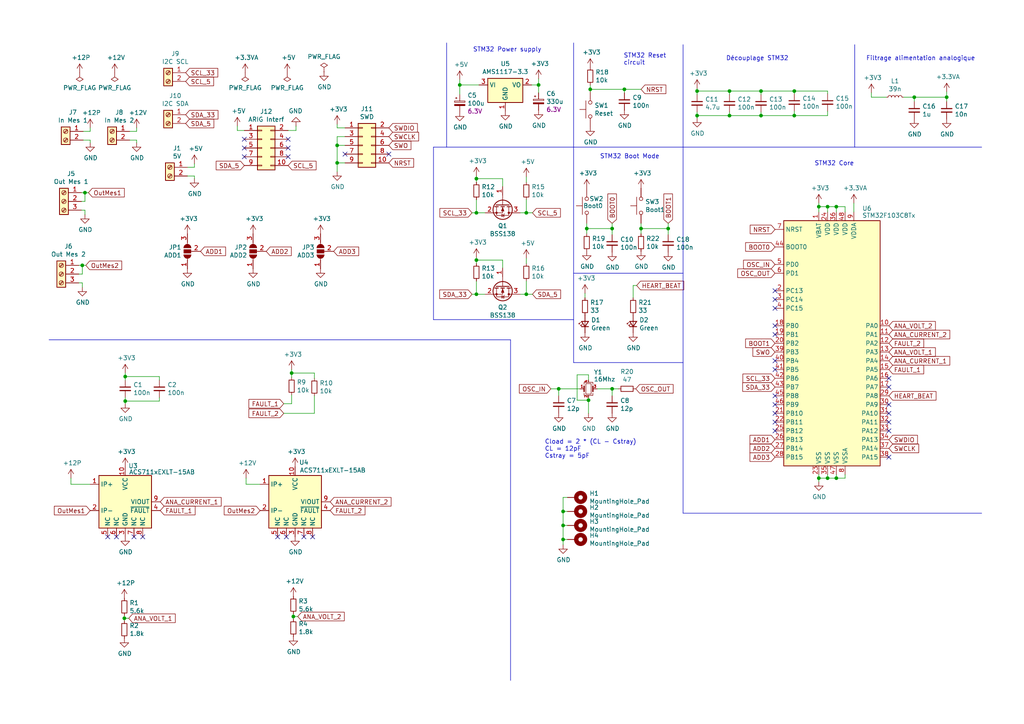
<source format=kicad_sch>
(kicad_sch (version 20230121) (generator eeschema)
  (paper "A4")
  (title_block (title "Alimentation - Mesure Courant / Tension") (date "2020-12-16") (rev "1.0") (company "ARIG") (comment 1 "Auteur : Gregory DEPUILLE"))
  (junction (at 242.57 138.684))
  (junction (at 211.582 26.416))
  (junction (at 36.068 179.324))
  (junction (at 202.184 33.528))
  (junction (at 138.176 75.438))
  (junction (at 163.322 152.4))
  (junction (at 171.196 25.908))
  (junction (at 193.802 66.294))
  (junction (at 133.35 24.638))
  (junction (at 23.876 76.962))
  (junction (at 138.176 61.722))
  (junction (at 185.928 66.294))
  (junction (at 162.052 112.776))
  (junction (at 237.49 138.684))
  (junction (at 265.176 28.194))
  (junction (at 138.176 85.344))
  (junction (at 170.18 66.294))
  (junction (at 97.79 42.164))
  (junction (at 177.546 112.776))
  (junction (at 152.654 61.722))
  (junction (at 230.378 33.528))
  (junction (at 138.176 51.816))
  (junction (at 36.322 109.22))
  (junction (at 211.582 33.528))
  (junction (at 170.688 116.078))
  (junction (at 240.03 138.684))
  (junction (at 220.726 33.528))
  (junction (at 152.654 85.344))
  (junction (at 36.322 116.332))
  (junction (at 84.582 108.204))
  (junction (at 163.322 148.336))
  (junction (at 274.574 28.194))
  (junction (at 230.378 26.416))
  (junction (at 85.09 178.816))
  (junction (at 237.49 59.944))
  (junction (at 220.726 26.416))
  (junction (at 181.102 25.908))
  (junction (at 163.322 156.464))
  (junction (at 24.638 55.88))
  (junction (at 202.184 26.416))
  (junction (at 242.57 59.944))
  (junction (at 156.21 24.638))
  (junction (at 177.546 66.294))
  (junction (at 240.03 59.944))
  (junction (at 97.79 47.244))
  (no_connect (at 83.566 42.926))
  (no_connect (at 224.79 84.328))
  (no_connect (at 31.242 155.702))
  (no_connect (at 112.776 44.704))
  (no_connect (at 257.81 112.268))
  (no_connect (at 257.81 132.588))
  (no_connect (at 41.402 155.702))
  (no_connect (at 224.79 94.488))
  (no_connect (at 257.81 124.968))
  (no_connect (at 257.81 109.728))
  (no_connect (at 38.862 155.702))
  (no_connect (at 224.79 124.968))
  (no_connect (at 83.058 155.702))
  (no_connect (at 224.79 117.348))
  (no_connect (at 224.79 122.428))
  (no_connect (at 257.81 119.888))
  (no_connect (at 90.678 155.702))
  (no_connect (at 70.866 40.386))
  (no_connect (at 257.81 117.348))
  (no_connect (at 88.138 155.702))
  (no_connect (at 224.79 107.188))
  (no_connect (at 80.518 155.702))
  (no_connect (at 224.79 119.888))
  (no_connect (at 70.866 42.926))
  (no_connect (at 224.79 97.028))
  (no_connect (at 257.81 122.428))
  (no_connect (at 83.566 45.466))
  (no_connect (at 83.566 40.386))
  (no_connect (at 33.782 155.702))
  (no_connect (at 224.79 89.408))
  (no_connect (at 70.866 45.466))
  (no_connect (at 224.79 86.868))
  (no_connect (at 224.79 114.808))
  (no_connect (at 224.79 104.648))
  (no_connect (at 100.076 44.704))
  (wire (pts (xy 265.176 28.194) (xy 274.574 28.194)))
  (polyline (pts (xy 166.37 79.248) (xy 198.12 79.248)))
  (wire (pts (xy 39.624 38.1) (xy 39.624 37.084)))
  (wire (pts (xy 36.068 179.324) (xy 37.338 179.324)))
  (wire (pts (xy 138.176 76.454) (xy 138.176 75.438)))
  (wire (pts (xy 252.73 26.924) (xy 252.73 28.194)))
  (wire (pts (xy 24.13 40.64) (xy 26.162 40.64)))
  (wire (pts (xy 211.582 27.432) (xy 211.582 26.416)))
  (wire (pts (xy 242.57 137.668) (xy 242.57 138.684)))
  (wire (pts (xy 150.876 85.344) (xy 152.654 85.344)))
  (wire (pts (xy 133.35 24.638) (xy 138.938 24.638)))
  (wire (pts (xy 242.57 59.944) (xy 240.03 59.944)))
  (wire (pts (xy 138.176 85.344) (xy 140.716 85.344)))
  (wire (pts (xy 162.052 114.808) (xy 162.052 112.776)))
  (wire (pts (xy 24.13 38.1) (xy 26.162 38.1)))
  (wire (pts (xy 84.582 117.094) (xy 82.296 117.094)))
  (wire (pts (xy 202.184 26.416) (xy 202.184 27.432)))
  (wire (pts (xy 202.184 25.654) (xy 202.184 26.416)))
  (wire (pts (xy 54.356 48.514) (xy 56.388 48.514)))
  (wire (pts (xy 97.79 47.244) (xy 97.79 49.784)))
  (wire (pts (xy 220.726 26.416) (xy 211.582 26.416)))
  (wire (pts (xy 162.052 112.776) (xy 168.148 112.776)))
  (wire (pts (xy 84.582 108.204) (xy 84.582 109.474)))
  (wire (pts (xy 240.03 61.468) (xy 240.03 59.944)))
  (wire (pts (xy 173.228 112.776) (xy 177.546 112.776)))
  (polyline (pts (xy 129.54 42.672) (xy 129.54 12.446)))
  (wire (pts (xy 91.186 119.888) (xy 91.186 114.808)))
  (wire (pts (xy 36.068 178.562) (xy 36.068 179.324)))
  (wire (pts (xy 37.592 40.64) (xy 39.624 40.64)))
  (wire (pts (xy 56.388 48.514) (xy 56.388 47.498)))
  (wire (pts (xy 156.21 22.86) (xy 156.21 24.638)))
  (wire (pts (xy 37.592 38.1) (xy 39.624 38.1)))
  (wire (pts (xy 36.322 116.332) (xy 36.322 117.094)))
  (wire (pts (xy 177.546 114.808) (xy 177.546 112.776)))
  (wire (pts (xy 138.176 52.832) (xy 138.176 51.816)))
  (wire (pts (xy 71.374 140.462) (xy 75.438 140.462)))
  (wire (pts (xy 136.906 85.344) (xy 138.176 85.344)))
  (wire (pts (xy 152.654 52.832) (xy 152.654 51.308)))
  (wire (pts (xy 24.638 60.96) (xy 24.638 62.23)))
  (wire (pts (xy 237.49 58.928) (xy 237.49 59.944)))
  (wire (pts (xy 240.03 26.416) (xy 230.378 26.416)))
  (wire (pts (xy 170.18 66.294) (xy 170.18 67.818)))
  (wire (pts (xy 24.638 58.42) (xy 24.638 55.88)))
  (wire (pts (xy 240.03 32.258) (xy 240.03 33.528)))
  (wire (pts (xy 26.162 40.64) (xy 26.162 41.402)))
  (wire (pts (xy 138.176 61.722) (xy 140.716 61.722)))
  (wire (pts (xy 211.582 26.416) (xy 202.184 26.416)))
  (wire (pts (xy 97.79 39.624) (xy 97.79 42.164)))
  (wire (pts (xy 274.574 26.67) (xy 274.574 28.194)))
  (wire (pts (xy 23.622 60.96) (xy 24.638 60.96)))
  (wire (pts (xy 167.386 116.078) (xy 170.688 116.078)))
  (wire (pts (xy 185.928 66.294) (xy 185.928 67.818)))
  (wire (pts (xy 133.35 23.114) (xy 133.35 24.638)))
  (wire (pts (xy 177.546 64.77) (xy 177.546 66.294)))
  (polyline (pts (xy 148.082 98.552) (xy 148.082 197.358)))
  (polyline (pts (xy 198.12 148.844) (xy 284.734 148.844)))
  (wire (pts (xy 36.322 109.22) (xy 36.322 108.204)))
  (wire (pts (xy 237.49 138.684) (xy 237.49 139.7)))
  (wire (pts (xy 85.09 179.578) (xy 85.09 178.816)))
  (wire (pts (xy 156.21 24.638) (xy 154.178 24.638)))
  (wire (pts (xy 164.592 148.336) (xy 163.322 148.336)))
  (wire (pts (xy 82.296 119.888) (xy 91.186 119.888)))
  (wire (pts (xy 26.162 38.1) (xy 26.162 37.084)))
  (wire (pts (xy 24.638 55.88) (xy 25.654 55.88)))
  (wire (pts (xy 185.928 64.77) (xy 185.928 66.294)))
  (wire (pts (xy 163.322 152.4) (xy 163.322 156.464)))
  (wire (pts (xy 84.582 107.188) (xy 84.582 108.204)))
  (wire (pts (xy 171.196 24.638) (xy 171.196 25.908)))
  (wire (pts (xy 23.876 82.042) (xy 23.876 83.312)))
  (wire (pts (xy 274.574 28.194) (xy 274.574 29.464)))
  (wire (pts (xy 100.076 47.244) (xy 97.79 47.244)))
  (wire (pts (xy 170.688 119.888) (xy 170.688 116.078)))
  (wire (pts (xy 170.18 64.77) (xy 170.18 66.294)))
  (wire (pts (xy 202.184 32.512) (xy 202.184 33.528)))
  (wire (pts (xy 181.102 25.908) (xy 181.102 26.924)))
  (wire (pts (xy 152.654 81.534) (xy 152.654 85.344)))
  (wire (pts (xy 20.574 140.462) (xy 26.162 140.462)))
  (wire (pts (xy 242.57 61.468) (xy 242.57 59.944)))
  (wire (pts (xy 100.076 39.624) (xy 97.79 39.624)))
  (wire (pts (xy 145.796 75.438) (xy 138.176 75.438)))
  (wire (pts (xy 145.796 51.816) (xy 138.176 51.816)))
  (polyline (pts (xy 14.224 98.552) (xy 148.082 98.552)))
  (wire (pts (xy 159.766 112.776) (xy 162.052 112.776)))
  (wire (pts (xy 23.622 55.88) (xy 24.638 55.88)))
  (wire (pts (xy 97.79 37.084) (xy 97.79 36.068)))
  (polyline (pts (xy 125.73 42.672) (xy 284.734 42.672)))
  (wire (pts (xy 84.582 114.554) (xy 84.582 117.094)))
  (wire (pts (xy 85.852 37.846) (xy 83.566 37.846)))
  (wire (pts (xy 97.79 42.164) (xy 97.79 47.244)))
  (wire (pts (xy 23.876 76.962) (xy 24.892 76.962)))
  (wire (pts (xy 183.642 82.804) (xy 183.642 86.36)))
  (wire (pts (xy 152.654 85.344) (xy 154.432 85.344)))
  (wire (pts (xy 245.11 137.668) (xy 245.11 138.684)))
  (polyline (pts (xy 198.12 12.954) (xy 198.12 148.844)))
  (wire (pts (xy 150.876 61.722) (xy 152.654 61.722)))
  (wire (pts (xy 177.546 112.776) (xy 179.324 112.776)))
  (wire (pts (xy 163.322 156.464) (xy 163.322 157.988)))
  (wire (pts (xy 240.03 137.668) (xy 240.03 138.684)))
  (wire (pts (xy 145.796 54.102) (xy 145.796 51.816)))
  (wire (pts (xy 68.834 36.576) (xy 68.834 37.846)))
  (wire (pts (xy 22.86 79.502) (xy 23.876 79.502)))
  (wire (pts (xy 133.35 27.432) (xy 133.35 24.638)))
  (wire (pts (xy 185.928 25.908) (xy 181.102 25.908)))
  (wire (pts (xy 163.322 148.336) (xy 163.322 152.4)))
  (wire (pts (xy 170.688 108.712) (xy 167.386 108.712)))
  (wire (pts (xy 177.546 68.072) (xy 177.546 66.294)))
  (wire (pts (xy 240.03 138.684) (xy 237.49 138.684)))
  (wire (pts (xy 54.356 51.054) (xy 56.388 51.054)))
  (wire (pts (xy 138.176 51.816) (xy 138.176 51.054)))
  (wire (pts (xy 220.726 33.528) (xy 211.582 33.528)))
  (wire (pts (xy 23.622 58.42) (xy 24.638 58.42)))
  (wire (pts (xy 193.802 66.294) (xy 193.802 68.072)))
  (wire (pts (xy 169.672 85.09) (xy 169.672 86.36)))
  (wire (pts (xy 184.658 82.804) (xy 183.642 82.804)))
  (polyline (pts (xy 247.904 12.954) (xy 247.904 42.672)))
  (wire (pts (xy 100.076 42.164) (xy 97.79 42.164)))
  (wire (pts (xy 230.378 32.258) (xy 230.378 33.528)))
  (wire (pts (xy 245.11 59.944) (xy 245.11 61.468)))
  (wire (pts (xy 145.796 77.724) (xy 145.796 75.438)))
  (wire (pts (xy 22.86 76.962) (xy 23.876 76.962)))
  (wire (pts (xy 46.228 116.332) (xy 36.322 116.332)))
  (wire (pts (xy 136.906 61.722) (xy 138.176 61.722)))
  (wire (pts (xy 68.834 37.846) (xy 70.866 37.846)))
  (wire (pts (xy 245.11 138.684) (xy 242.57 138.684)))
  (wire (pts (xy 240.03 59.944) (xy 237.49 59.944)))
  (wire (pts (xy 167.386 108.712) (xy 167.386 116.078)))
  (wire (pts (xy 247.65 61.468) (xy 247.65 58.928)))
  (wire (pts (xy 245.11 59.944) (xy 242.57 59.944)))
  (wire (pts (xy 22.86 82.042) (xy 23.876 82.042)))
  (polyline (pts (xy 166.37 105.156) (xy 198.12 105.156)))
  (wire (pts (xy 240.03 26.416) (xy 240.03 27.178)))
  (wire (pts (xy 152.654 61.722) (xy 154.432 61.722)))
  (wire (pts (xy 211.582 32.512) (xy 211.582 33.528)))
  (wire (pts (xy 170.688 110.236) (xy 170.688 108.712)))
  (wire (pts (xy 237.49 137.668) (xy 237.49 138.684)))
  (wire (pts (xy 85.09 178.816) (xy 86.36 178.816)))
  (wire (pts (xy 181.102 25.908) (xy 171.196 25.908)))
  (polyline (pts (xy 166.37 12.446) (xy 166.37 105.156)))
  (wire (pts (xy 36.322 115.316) (xy 36.322 116.332)))
  (wire (pts (xy 20.574 138.684) (xy 20.574 140.462)))
  (wire (pts (xy 164.592 152.4) (xy 163.322 152.4)))
  (wire (pts (xy 202.184 33.528) (xy 202.184 34.29)))
  (wire (pts (xy 237.49 59.944) (xy 237.49 61.468)))
  (wire (pts (xy 164.592 144.272) (xy 163.322 144.272)))
  (wire (pts (xy 91.186 108.204) (xy 84.582 108.204)))
  (wire (pts (xy 85.09 178.054) (xy 85.09 178.816)))
  (wire (pts (xy 265.176 28.194) (xy 265.176 29.464)))
  (wire (pts (xy 138.176 81.534) (xy 138.176 85.344)))
  (wire (pts (xy 36.068 180.086) (xy 36.068 179.324)))
  (wire (pts (xy 242.57 138.684) (xy 240.03 138.684)))
  (wire (pts (xy 152.654 57.912) (xy 152.654 61.722)))
  (polyline (pts (xy 125.73 92.71) (xy 125.73 42.672)))
  (wire (pts (xy 36.322 110.236) (xy 36.322 109.22)))
  (wire (pts (xy 211.582 33.528) (xy 202.184 33.528)))
  (wire (pts (xy 152.654 76.454) (xy 152.654 74.93)))
  (wire (pts (xy 46.228 110.236) (xy 46.228 109.22)))
  (wire (pts (xy 46.228 109.22) (xy 36.322 109.22)))
  (wire (pts (xy 100.076 37.084) (xy 97.79 37.084)))
  (wire (pts (xy 185.928 66.294) (xy 193.802 66.294)))
  (wire (pts (xy 71.374 138.684) (xy 71.374 140.462)))
  (wire (pts (xy 193.802 66.294) (xy 193.802 64.77)))
  (wire (pts (xy 85.852 36.576) (xy 85.852 37.846)))
  (wire (pts (xy 252.73 28.194) (xy 257.048 28.194)))
  (polyline (pts (xy 166.37 92.71) (xy 125.73 92.71)))
  (wire (pts (xy 220.726 27.432) (xy 220.726 26.416)))
  (wire (pts (xy 230.378 26.416) (xy 220.726 26.416)))
  (wire (pts (xy 262.128 28.194) (xy 265.176 28.194)))
  (wire (pts (xy 46.228 115.316) (xy 46.228 116.332)))
  (wire (pts (xy 170.688 116.078) (xy 170.688 115.316)))
  (wire (pts (xy 163.322 144.272) (xy 163.322 148.336)))
  (wire (pts (xy 177.546 66.294) (xy 170.18 66.294)))
  (wire (pts (xy 138.176 75.438) (xy 138.176 74.676)))
  (wire (pts (xy 156.21 24.638) (xy 156.21 26.924)))
  (wire (pts (xy 39.624 40.64) (xy 39.624 41.402)))
  (wire (pts (xy 240.03 33.528) (xy 230.378 33.528)))
  (wire (pts (xy 163.322 156.464) (xy 164.592 156.464)))
  (wire (pts (xy 91.186 109.728) (xy 91.186 108.204)))
  (wire (pts (xy 23.876 79.502) (xy 23.876 76.962)))
  (wire (pts (xy 220.726 32.512) (xy 220.726 33.528)))
  (wire (pts (xy 230.378 27.178) (xy 230.378 26.416)))
  (wire (pts (xy 138.176 57.912) (xy 138.176 61.722)))
  (wire (pts (xy 171.196 25.908) (xy 171.196 26.67)))
  (wire (pts (xy 56.388 51.054) (xy 56.388 51.816)))
  (wire (pts (xy 230.378 33.528) (xy 220.726 33.528)))
  (text "Découplage STM32" (at 210.566 17.78 0) (effects (font (size 1.27 1.27)) (justify left bottom)))
  (text "STM32 Reset\ncircuit" (at 180.848 19.05 0) (effects (font (size 1.27 1.27)) (justify left bottom)))
  (text "STM32 Boot Mode" (at 173.99 46.228 0) (effects (font (size 1.27 1.27)) (justify left bottom)))
  (text "STM32 Core" (at 236.22 48.26 0) (effects (font (size 1.27 1.27)) (justify left bottom)))
  (text "STM32 Power supply" (at 137.16 15.24 0) (effects (font (size 1.27 1.27)) (justify left bottom)))
  (text "Cload = 2 * (CL - Cstray)\nCL = 12pF\nCstray = 5pF" (at 157.988 133.096 0) (effects (font (size 1.27 1.27)) (justify left bottom)))
  (text "Filtrage alimentation analogique" (at 251.206 17.78 0) (effects (font (size 1.27 1.27)) (justify left bottom)))
  (global_label "HEART_BEAT" (shape input) (at 184.658 82.804 0) (property "Intersheetrefs" "${INTERSHEET_REFS}" (effects hide)))
  (global_label "OutMes2" (shape input) (at 75.438 148.082 180) (property "Intersheetrefs" "${INTERSHEET_REFS}" (effects hide)))
  (global_label "ANA_CURRENT_2" (shape input) (at 95.758 145.542 0) (property "Intersheetrefs" "${INTERSHEET_REFS}" (effects hide)))
  (global_label "ANA_VOLT_2" (shape input) (at 86.36 178.816 0) (property "Intersheetrefs" "${INTERSHEET_REFS}" (effects hide)))
  (global_label "ANA_CURRENT_1" (shape input) (at 46.482 145.542 0) (property "Intersheetrefs" "${INTERSHEET_REFS}" (effects hide)))
  (global_label "SCL_5" (shape input) (at 154.432 61.722 0) (property "Intersheetrefs" "${INTERSHEET_REFS}" (effects hide)))
  (global_label "SDA_5" (shape input) (at 53.848 35.814 0) (property "Intersheetrefs" "${INTERSHEET_REFS}" (effects hide)))
  (global_label "ADD1" (shape input) (at 224.79 127.508 180) (property "Intersheetrefs" "${INTERSHEET_REFS}" (effects hide)))
  (global_label "BOOT1" (shape input) (at 224.79 99.568 180) (property "Intersheetrefs" "${INTERSHEET_REFS}" (effects hide)))
  (global_label "NRST" (shape input) (at 185.928 25.908 0) (property "Intersheetrefs" "${INTERSHEET_REFS}" (effects hide)))
  (global_label "SDA_33" (shape input) (at 224.79 112.268 180) (property "Intersheetrefs" "${INTERSHEET_REFS}" (effects hide)))
  (global_label "ANA_VOLT_2" (shape input) (at 257.81 94.488 0) (property "Intersheetrefs" "${INTERSHEET_REFS}" (effects hide)))
  (global_label "ADD1" (shape input) (at 58.166 72.898 0) (property "Intersheetrefs" "${INTERSHEET_REFS}" (effects hide)))
  (global_label "BOOT0" (shape input) (at 177.546 64.77 90) (property "Intersheetrefs" "${INTERSHEET_REFS}" (effects hide)))
  (global_label "SCL_5" (shape input) (at 53.848 23.622 0) (property "Intersheetrefs" "${INTERSHEET_REFS}" (effects hide)))
  (global_label "ANA_VOLT_1" (shape input) (at 37.338 179.324 0) (property "Intersheetrefs" "${INTERSHEET_REFS}" (effects hide)))
  (global_label "OSC_OUT" (shape input) (at 224.79 79.248 180) (property "Intersheetrefs" "${INTERSHEET_REFS}" (effects hide)))
  (global_label "FAULT_2" (shape input) (at 82.296 119.888 180) (property "Intersheetrefs" "${INTERSHEET_REFS}" (effects hide)))
  (global_label "BOOT0" (shape input) (at 224.79 71.628 180) (property "Intersheetrefs" "${INTERSHEET_REFS}" (effects hide)))
  (global_label "ANA_CURRENT_1" (shape input) (at 257.81 104.648 0) (property "Intersheetrefs" "${INTERSHEET_REFS}" (effects hide)))
  (global_label "ADD2" (shape input) (at 224.79 130.048 180) (property "Intersheetrefs" "${INTERSHEET_REFS}" (effects hide)))
  (global_label "SWCLK" (shape input) (at 112.776 39.624 0) (property "Intersheetrefs" "${INTERSHEET_REFS}" (effects hide)))
  (global_label "FAULT_1" (shape input) (at 82.296 117.094 180) (property "Intersheetrefs" "${INTERSHEET_REFS}" (effects hide)))
  (global_label "ADD2" (shape input) (at 77.216 72.898 0) (property "Intersheetrefs" "${INTERSHEET_REFS}" (effects hide)))
  (global_label "ADD3" (shape input) (at 224.79 132.588 180) (property "Intersheetrefs" "${INTERSHEET_REFS}" (effects hide)))
  (global_label "SDA_33" (shape input) (at 136.906 85.344 180) (property "Intersheetrefs" "${INTERSHEET_REFS}" (effects hide)))
  (global_label "OSC_IN" (shape input) (at 224.79 76.708 180) (property "Intersheetrefs" "${INTERSHEET_REFS}" (effects hide)))
  (global_label "ANA_VOLT_1" (shape input) (at 257.81 102.108 0) (property "Intersheetrefs" "${INTERSHEET_REFS}" (effects hide)))
  (global_label "SCL_33" (shape input) (at 224.79 109.728 180) (property "Intersheetrefs" "${INTERSHEET_REFS}" (effects hide)))
  (global_label "FAULT_2" (shape input) (at 95.758 148.082 0) (property "Intersheetrefs" "${INTERSHEET_REFS}" (effects hide)))
  (global_label "SWDIO" (shape input) (at 112.776 37.084 0) (property "Intersheetrefs" "${INTERSHEET_REFS}" (effects hide)))
  (global_label "OutMes2" (shape input) (at 24.892 76.962 0) (property "Intersheetrefs" "${INTERSHEET_REFS}" (effects hide)))
  (global_label "SCL_5" (shape input) (at 83.566 48.006 0) (property "Intersheetrefs" "${INTERSHEET_REFS}" (effects hide)))
  (global_label "OSC_OUT" (shape input) (at 184.404 112.776 0) (property "Intersheetrefs" "${INTERSHEET_REFS}" (effects hide)))
  (global_label "NRST" (shape input) (at 224.79 66.548 180) (property "Intersheetrefs" "${INTERSHEET_REFS}" (effects hide)))
  (global_label "HEART_BEAT" (shape input) (at 257.81 114.808 0) (property "Intersheetrefs" "${INTERSHEET_REFS}" (effects hide)))
  (global_label "OSC_IN" (shape input) (at 159.766 112.776 180) (property "Intersheetrefs" "${INTERSHEET_REFS}" (effects hide)))
  (global_label "SWO" (shape input) (at 112.776 42.164 0) (property "Intersheetrefs" "${INTERSHEET_REFS}" (effects hide)))
  (global_label "SWO" (shape input) (at 224.79 102.108 180) (property "Intersheetrefs" "${INTERSHEET_REFS}" (effects hide)))
  (global_label "ADD3" (shape input) (at 96.774 72.898 0) (property "Intersheetrefs" "${INTERSHEET_REFS}" (effects hide)))
  (global_label "OutMes1" (shape input) (at 25.654 55.88 0) (property "Intersheetrefs" "${INTERSHEET_REFS}" (effects hide)))
  (global_label "BOOT1" (shape input) (at 193.802 64.77 90) (property "Intersheetrefs" "${INTERSHEET_REFS}" (effects hide)))
  (global_label "SWDIO" (shape input) (at 257.81 127.508 0) (property "Intersheetrefs" "${INTERSHEET_REFS}" (effects hide)))
  (global_label "FAULT_1" (shape input) (at 46.482 148.082 0) (property "Intersheetrefs" "${INTERSHEET_REFS}" (effects hide)))
  (global_label "SCL_33" (shape input) (at 136.906 61.722 180) (property "Intersheetrefs" "${INTERSHEET_REFS}" (effects hide)))
  (global_label "SDA_5" (shape input) (at 70.866 48.006 180) (property "Intersheetrefs" "${INTERSHEET_REFS}" (effects hide)))
  (global_label "FAULT_1" (shape input) (at 257.81 107.188 0) (property "Intersheetrefs" "${INTERSHEET_REFS}" (effects hide)))
  (global_label "SCL_33" (shape input) (at 53.848 21.082 0) (property "Intersheetrefs" "${INTERSHEET_REFS}" (effects hide)))
  (global_label "SDA_5" (shape input) (at 154.432 85.344 0) (property "Intersheetrefs" "${INTERSHEET_REFS}" (effects hide)))
  (global_label "NRST" (shape input) (at 112.776 47.244 0) (property "Intersheetrefs" "${INTERSHEET_REFS}" (effects hide)))
  (global_label "SDA_33" (shape input) (at 53.848 33.274 0) (property "Intersheetrefs" "${INTERSHEET_REFS}" (effects hide)))
  (global_label "FAULT_2" (shape input) (at 257.81 99.568 0) (property "Intersheetrefs" "${INTERSHEET_REFS}" (effects hide)))
  (global_label "OutMes1" (shape input) (at 26.162 148.082 180) (property "Intersheetrefs" "${INTERSHEET_REFS}" (effects hide)))
  (global_label "ANA_CURRENT_2" (shape input) (at 257.81 97.028 0) (property "Intersheetrefs" "${INTERSHEET_REFS}" (effects hide)))
  (global_label "SWCLK" (shape input) (at 257.81 130.048 0) (property "Intersheetrefs" "${INTERSHEET_REFS}" (effects hide)))
  (symbol (lib_id "power:+12P") (at 23.114 21.082 0) (unit 1)
    (property "Reference" "#PWR0103" (effects hide))
    (property "Value" "+12P" (at 23.495 16.6878 0))
  )
  (symbol (lib_id "power:+12V") (at 33.274 21.082 0) (unit 1)
    (property "Reference" "#PWR0104" (effects hide))
    (property "Value" "+12V" (at 33.655 16.6878 0))
  )
  (symbol (lib_id "power:GND") (at 93.98 20.828 0) (unit 1)
    (property "Reference" "#PWR0105" (effects hide))
    (property "Value" "GND" (at 94.107 25.2222 0))
  )
  (symbol (lib_id "power:PWR_FLAG") (at 33.274 21.082 180) (unit 1)
    (property "Reference" "#FLG0103" (effects hide))
    (property "Value" "PWR_FLAG" (at 33.274 25.4762 0))
  )
  (symbol (lib_id "power:PWR_FLAG") (at 23.114 21.082 180) (unit 1)
    (property "Reference" "#FLG0104" (effects hide))
    (property "Value" "PWR_FLAG" (at 23.114 25.4762 0))
  )
  (symbol (lib_id "power:PWR_FLAG") (at 93.98 20.828 0) (unit 1)
    (property "Reference" "#FLG0105" (effects hide))
    (property "Value" "PWR_FLAG" (at 93.98 16.4338 0))
  )
  (symbol (lib_id "power:GND") (at 26.162 41.402 0) (unit 1)
    (property "Reference" "#PWR0109" (effects hide))
    (property "Value" "GND" (at 26.289 45.7962 0))
  )
  (symbol (lib_id "power:GND") (at 39.624 41.402 0) (unit 1)
    (property "Reference" "#PWR0110" (effects hide))
    (property "Value" "GND" (at 39.751 45.7962 0))
  )
  (symbol (lib_id "Sensor_Current:ACS711xEXLT-15AB") (at 36.322 145.542 0) (unit 1)
    (property "Reference" "U3" (at 38.608 135.128 0))
    (property "Value" "ACS711xEXLT-15AB" (at 46.99 136.906 0))
    (property "Footprint" "Sensor_Current:Allegro_QFN-12-10-1EP_3x3mm_P0.5mm" (effects hide))
    (property "Datasheet" "http://www.allegromicro.com/~/Media/Files/Datasheets/ACS711-Datasheet.ashx" (effects hide))
    (property "LCSC Part" "C150824" (effects hide))
  )
  (symbol (lib_id "Sensor_Current:ACS711xEXLT-15AB") (at 85.598 145.542 0) (unit 1)
    (property "Reference" "U4" (at 88.138 134.112 0))
    (property "Value" "ACS711xEXLT-15AB" (at 96.52 136.398 0))
    (property "Footprint" "Sensor_Current:Allegro_QFN-12-10-1EP_3x3mm_P0.5mm" (effects hide))
    (property "Datasheet" "http://www.allegromicro.com/~/Media/Files/Datasheets/ACS711-Datasheet.ashx" (effects hide))
    (property "LCSC Part" "C150824" (effects hide))
  )
  (symbol (lib_id "ModuleMesureDemi-rescue:STM32F103C8Tx-MCU_ST_STM32F1") (at 242.57 99.568 0) (unit 1)
    (property "Reference" "U6" (at 251.46 60.452 0))
    (property "Value" "STM32F103C8Tx" (at 257.81 62.484 0))
    (property "Footprint" "Package_QFP:LQFP-48_7x7mm_P0.5mm" (effects hide))
    (property "Datasheet" "http://www.st.com/st-web-ui/static/active/en/resource/technical/document/datasheet/CD00161566.pdf" (effects hide))
    (property "LCSC Part" "C8734" (effects hide))
  )
  (symbol (lib_id "power:GND") (at 36.322 155.702 0) (unit 1)
    (property "Reference" "#PWR0120" (effects hide))
    (property "Value" "GND" (at 36.449 160.0962 0))
  )
  (symbol (lib_id "power:GND") (at 85.598 155.702 0) (unit 1)
    (property "Reference" "#PWR0121" (effects hide))
    (property "Value" "GND" (at 85.725 160.0962 0))
  )
  (symbol (lib_id "power:+5V") (at 83.312 21.082 0) (unit 1)
    (property "Reference" "#PWR0124" (effects hide))
    (property "Value" "+5V" (at 83.693 16.6878 0))
  )
  (symbol (lib_id "power:PWR_FLAG") (at 83.312 21.082 180) (unit 1)
    (property "Reference" "#FLG0107" (effects hide))
    (property "Value" "PWR_FLAG" (at 83.312 25.4762 0))
  )
  (symbol (lib_id "Connector_Generic:Conn_02x05_Odd_Even") (at 75.946 42.926 0) (unit 1)
    (property "Reference" "J12" (at 77.216 32.3342 0))
    (property "Value" "ARIG Interf" (at 77.216 34.6456 0))
    (property "Footprint" "Connector_IDC:IDC-Header_2x05_P2.54mm_Vertical" (effects hide))
    (property "JLCPCB BOM" "0" (effects hide))
  )
  (symbol (lib_id "Connector_Generic:Conn_02x05_Odd_Even") (at 105.156 42.164 0) (unit 1)
    (property "Reference" "J11" (at 106.426 31.5722 0))
    (property "Value" "SWD" (at 106.426 33.8836 0))
    (property "Footprint" "Connector_PinHeader_1.27mm:PinHeader_2x05_P1.27mm_Vertical" (effects hide))
    (property "JLCPCB BOM" "0" (effects hide))
  )
  (symbol (lib_id "power:GND") (at 183.642 96.52 0) (unit 1)
    (property "Reference" "#PWR01" (effects hide))
    (property "Value" "GND" (at 183.769 100.9142 0))
  )
  (symbol (lib_id "ModuleMesureDemi-rescue:+3.3V-power") (at 36.322 135.382 0) (unit 1)
    (property "Reference" "#PWR0125" (effects hide))
    (property "Value" "+3.3V" (at 36.703 130.9878 0))
  )
  (symbol (lib_id "ModuleMesureDemi-rescue:+3.3V-power") (at 85.598 135.382 0) (unit 1)
    (property "Reference" "#PWR0127" (effects hide))
    (property "Value" "+3.3V" (at 85.979 130.9878 0))
  )
  (symbol (lib_id "Switch:SW_Push") (at 171.196 31.75 90) (unit 1)
    (property "Reference" "SW1" (at 172.4152 30.5816 90) (effects (justify right)))
    (property "Value" "Reset" (at 172.4152 32.893 90) (effects (justify right)))
    (property "Footprint" "Button_Switch_SMD:SW_SPST_B3U-1000P" (effects hide))
    (property "Datasheet" "https://datasheet.lcsc.com/szlcsc/1810010153_Omron-Electronics-B3U-1000P_C231329.pdf" (effects hide))
    (property "LCSC Part" "C231329" (effects hide))
  )
  (symbol (lib_id "Device:R_Small") (at 171.196 22.098 0) (unit 1)
    (property "Reference" "R18" (at 172.6946 20.9296 0) (effects (justify left)))
    (property "Value" "10k" (at 172.6946 23.241 0) (effects (justify left)))
    (property "Footprint" "Resistor_SMD:R_0805_2012Metric_Pad1.20x1.40mm_HandSolder" (effects hide))
    (property "LCSC Part" "C17414" (effects hide))
  )
  (symbol (lib_id "ModuleMesureDemi-rescue:+3.3V-power") (at 171.196 19.558 0) (unit 1)
    (property "Reference" "#PWR0128" (effects hide))
    (property "Value" "+3.3V" (at 171.577 15.1638 0))
  )
  (symbol (lib_id "Device:C_Small") (at 181.102 29.464 0) (unit 1)
    (property "Reference" "C9" (at 183.4388 28.2956 0) (effects (justify left)))
    (property "Value" "100n" (at 183.4388 30.607 0) (effects (justify left)))
    (property "Footprint" "Capacitor_SMD:C_0402_1005Metric_Pad0.74x0.62mm_HandSolder" (effects hide))
    (property "Tension" "16V" (effects hide))
    (property "LCSC Part" "C1525" (effects hide))
  )
  (symbol (lib_id "power:GND") (at 181.102 32.004 0) (unit 1)
    (property "Reference" "#PWR0129" (effects hide))
    (property "Value" "GND" (at 181.229 36.3982 0))
  )
  (symbol (lib_id "power:GND") (at 171.196 36.83 0) (unit 1)
    (property "Reference" "#PWR0130" (effects hide))
    (property "Value" "GND" (at 171.323 41.2242 0))
  )
  (symbol (lib_id "Connector:Screw_Terminal_01x02") (at 48.768 21.082 0) (mirror y) (unit 1)
    (property "Reference" "J9" (at 50.8508 15.5702 0))
    (property "Value" "I2C SCL" (at 50.8508 17.8816 0))
    (property "Footprint" "TerminalBlock_Phoenix:TerminalBlock_Phoenix_MPT-0,5-2-2.54_1x02_P2.54mm_Horizontal" (effects hide))
    (property "JLCPCB BOM" "0" (effects hide))
  )
  (symbol (lib_id "Connector:Screw_Terminal_01x02") (at 48.768 33.274 0) (mirror y) (unit 1)
    (property "Reference" "J10" (at 50.8508 27.7622 0))
    (property "Value" "I2C SDA" (at 50.8508 30.0736 0))
    (property "Footprint" "TerminalBlock_Phoenix:TerminalBlock_Phoenix_MPT-0,5-2-2.54_1x02_P2.54mm_Horizontal" (effects hide))
    (property "JLCPCB BOM" "0" (effects hide))
  )
  (symbol (lib_id "Connector:Screw_Terminal_01x02") (at 19.05 38.1 0) (mirror y) (unit 1)
    (property "Reference" "J7" (at 21.1328 32.5882 0))
    (property "Value" "In Mes 1" (at 21.1328 34.8996 0))
    (property "Footprint" "TerminalBlock_Phoenix:TerminalBlock_Phoenix_MKDS-1,5-2-5.08_1x02_P5.08mm_Horizontal" (effects hide))
    (property "JLCPCB BOM" "0" (effects hide))
  )
  (symbol (lib_id "Connector:Screw_Terminal_01x02") (at 32.512 38.1 0) (mirror y) (unit 1)
    (property "Reference" "J8" (at 34.5948 32.5882 0))
    (property "Value" "In Mes 2" (at 34.5948 34.8996 0))
    (property "Footprint" "TerminalBlock_Phoenix:TerminalBlock_Phoenix_MKDS-1,5-2-5.08_1x02_P5.08mm_Horizontal" (effects hide))
    (property "JLCPCB BOM" "0" (effects hide))
  )
  (symbol (lib_id "Device:C_Small") (at 211.582 29.972 0) (unit 1)
    (property "Reference" "C12" (at 213.9188 28.8036 0) (effects (justify left)))
    (property "Value" "100n" (at 213.9188 31.115 0) (effects (justify left)))
    (property "Footprint" "Capacitor_SMD:C_0402_1005Metric_Pad0.74x0.62mm_HandSolder" (effects hide))
    (property "Tension" "16V" (effects hide))
    (property "LCSC Part" "C1525" (effects hide))
  )
  (symbol (lib_id "Device:C_Small") (at 220.726 29.972 0) (unit 1)
    (property "Reference" "C13" (at 223.0628 28.8036 0) (effects (justify left)))
    (property "Value" "100n" (at 223.0628 31.115 0) (effects (justify left)))
    (property "Footprint" "Capacitor_SMD:C_0402_1005Metric_Pad0.74x0.62mm_HandSolder" (effects hide))
    (property "Tension" "16V" (effects hide))
    (property "LCSC Part" "C1525" (effects hide))
  )
  (symbol (lib_id "Device:C_Small") (at 230.378 29.718 0) (unit 1)
    (property "Reference" "C14" (at 232.7148 28.5496 0) (effects (justify left)))
    (property "Value" "100n" (at 232.7148 30.861 0) (effects (justify left)))
    (property "Footprint" "Capacitor_SMD:C_0402_1005Metric_Pad0.74x0.62mm_HandSolder" (effects hide))
    (property "Tension" "16V" (effects hide))
    (property "LCSC Part" "C1525" (effects hide))
  )
  (symbol (lib_id "Device:C_Small") (at 240.03 29.718 0) (unit 1)
    (property "Reference" "C15" (at 242.3668 28.5496 0) (effects (justify left)))
    (property "Value" "100n" (at 242.3668 30.861 0) (effects (justify left)))
    (property "Footprint" "Capacitor_SMD:C_0402_1005Metric_Pad0.74x0.62mm_HandSolder" (effects hide))
    (property "Tension" "16V" (effects hide))
    (property "LCSC Part" "C1525" (effects hide))
  )
  (symbol (lib_id "Connector:Screw_Terminal_01x03") (at 18.542 58.42 0) (mirror y) (unit 1)
    (property "Reference" "J5" (at 20.6248 50.3682 0))
    (property "Value" "Out Mes 1" (at 20.6248 52.6796 0))
    (property "Footprint" "TerminalBlock_Phoenix:TerminalBlock_Phoenix_MKDS-1,5-3-5.08_1x03_P5.08mm_Horizontal" (effects hide))
    (property "JLCPCB BOM" "0" (effects hide))
  )
  (symbol (lib_id "Device:C_Small") (at 202.184 29.972 0) (unit 1)
    (property "Reference" "C11" (at 204.5208 28.8036 0) (effects (justify left)))
    (property "Value" "4.7u" (at 204.5208 31.115 0) (effects (justify left)))
    (property "Footprint" "Capacitor_SMD:C_0402_1005Metric_Pad0.74x0.62mm_HandSolder" (effects hide))
    (property "Tension" "10V" (effects hide))
    (property "LCSC Part" "C23733" (effects hide))
  )
  (symbol (lib_id "ModuleMesureDemi-rescue:+3.3V-power") (at 202.184 25.654 0) (unit 1)
    (property "Reference" "#PWR0131" (effects hide))
    (property "Value" "+3.3V" (at 202.565 21.2598 0))
  )
  (symbol (lib_id "Connector:Screw_Terminal_01x03") (at 17.78 79.502 0) (mirror y) (unit 1)
    (property "Reference" "J6" (at 19.8628 71.4502 0))
    (property "Value" "Out Mes 2" (at 19.8628 73.7616 0))
    (property "Footprint" "TerminalBlock_Phoenix:TerminalBlock_Phoenix_MKDS-1,5-3-5.08_1x03_P5.08mm_Horizontal" (effects hide))
    (property "JLCPCB BOM" "0" (effects hide))
  )
  (symbol (lib_id "power:GND") (at 202.184 34.29 0) (unit 1)
    (property "Reference" "#PWR0132" (effects hide))
    (property "Value" "GND" (at 202.311 38.6842 0))
  )
  (symbol (lib_id "ModuleMesureDemi-rescue:+3.3V-power") (at 237.49 58.928 0) (unit 1)
    (property "Reference" "#PWR0133" (effects hide))
    (property "Value" "+3.3V" (at 237.871 54.5338 0))
  )
  (symbol (lib_id "power:+3.3VA") (at 247.65 58.928 0) (unit 1)
    (property "Reference" "#PWR0134" (effects hide))
    (property "Value" "+3.3VA" (at 248.031 54.5338 0))
  )
  (symbol (lib_id "ModuleMesureDemi-rescue:+3.3V-power") (at 252.73 26.924 0) (unit 1)
    (property "Reference" "#PWR0135" (effects hide))
    (property "Value" "+3.3V" (at 253.111 22.5298 0))
  )
  (symbol (lib_id "Device:L_Small") (at 259.588 28.194 90) (unit 1)
    (property "Reference" "L1" (at 259.588 23.495 90))
    (property "Value" "39n" (at 259.588 25.8064 90))
    (property "Footprint" "Inductor_SMD:L_0402_1005Metric_Pad0.77x0.64mm_HandSolder" (effects hide))
    (property "LCSC Part" "C26443" (effects hide))
  )
  (symbol (lib_id "Device:C_Small") (at 265.176 32.004 0) (unit 1)
    (property "Reference" "C16" (at 267.5128 30.8356 0) (effects (justify left)))
    (property "Value" "1u" (at 267.5128 33.147 0) (effects (justify left)))
    (property "Footprint" "Capacitor_SMD:C_0402_1005Metric_Pad0.74x0.62mm_HandSolder" (effects hide))
    (property "Tension" "25V" (effects hide))
    (property "LCSC Part" "C52923" (effects hide))
  )
  (symbol (lib_id "Device:C_Small") (at 274.574 32.004 0) (unit 1)
    (property "Reference" "C17" (at 276.9108 30.8356 0) (effects (justify left)))
    (property "Value" "10n" (at 276.9108 33.147 0) (effects (justify left)))
    (property "Footprint" "Capacitor_SMD:C_0402_1005Metric_Pad0.74x0.62mm_HandSolder" (effects hide))
    (property "Tension" "50V" (effects hide))
    (property "LCSC Part" "C15195" (effects hide))
  )
  (symbol (lib_id "power:GND") (at 265.176 34.544 0) (unit 1)
    (property "Reference" "#PWR0136" (effects hide))
    (property "Value" "GND" (at 265.303 38.9382 0))
  )
  (symbol (lib_id "power:GND") (at 274.574 34.544 0) (unit 1)
    (property "Reference" "#PWR0137" (effects hide))
    (property "Value" "GND" (at 274.701 38.9382 0))
  )
  (symbol (lib_id "power:+3.3VA") (at 274.574 26.67 0) (unit 1)
    (property "Reference" "#PWR0138" (effects hide))
    (property "Value" "+3.3VA" (at 274.955 22.2758 0))
  )
  (symbol (lib_id "power:GND") (at 237.49 139.7 0) (unit 1)
    (property "Reference" "#PWR0139" (effects hide))
    (property "Value" "GND" (at 237.617 144.0942 0))
  )
  (symbol (lib_id "ModuleMesureDemi-rescue:+3.3V-power") (at 170.18 54.61 0) (unit 1)
    (property "Reference" "#PWR0140" (effects hide))
    (property "Value" "+3.3V" (at 170.561 50.2158 0))
  )
  (symbol (lib_id "Switch:SW_Push") (at 170.18 59.69 90) (unit 1)
    (property "Reference" "SW2" (at 170.942 57.658 90) (effects (justify right)))
    (property "Value" "Boot0" (at 169.164 59.69 90) (effects (justify right)))
    (property "Footprint" "Button_Switch_SMD:SW_SPST_B3U-1000P" (effects hide))
    (property "Datasheet" "https://datasheet.lcsc.com/szlcsc/1810010153_Omron-Electronics-B3U-1000P_C231329.pdf" (effects hide))
    (property "LCSC Part" "C231329" (effects hide))
  )
  (symbol (lib_id "Device:R_Small") (at 170.18 70.358 0) (unit 1)
    (property "Reference" "R19" (at 171.6786 69.1896 0) (effects (justify left)))
    (property "Value" "10k" (at 171.6786 71.501 0) (effects (justify left)))
    (property "Footprint" "Resistor_SMD:R_0805_2012Metric_Pad1.20x1.40mm_HandSolder" (effects hide))
    (property "LCSC Part" "C17414" (effects hide))
  )
  (symbol (lib_id "power:GND") (at 170.18 72.898 0) (unit 1)
    (property "Reference" "#PWR0141" (effects hide))
    (property "Value" "GND" (at 170.307 77.2922 0))
  )
  (symbol (lib_id "Device:C_Small") (at 177.546 70.612 0) (unit 1)
    (property "Reference" "C10" (at 179.8828 69.4436 0) (effects (justify left)))
    (property "Value" "100n" (at 179.8828 71.755 0) (effects (justify left)))
    (property "Footprint" "Capacitor_SMD:C_0402_1005Metric_Pad0.74x0.62mm_HandSolder" (effects hide))
    (property "Tension" "16V" (effects hide))
    (property "LCSC Part" "C1525" (effects hide))
  )
  (symbol (lib_id "power:GND") (at 177.546 73.152 0) (unit 1)
    (property "Reference" "#PWR0142" (effects hide))
    (property "Value" "GND" (at 177.673 77.5462 0))
  )
  (symbol (lib_id "power:GND") (at 97.79 49.784 0) (unit 1)
    (property "Reference" "#PWR0143" (effects hide))
    (property "Value" "GND" (at 97.917 54.1782 0))
  )
  (symbol (lib_id "ModuleMesureDemi-rescue:+3.3V-power") (at 97.79 36.068 0) (unit 1)
    (property "Reference" "#PWR0144" (effects hide))
    (property "Value" "+3.3V" (at 98.171 31.6738 0))
  )
  (symbol (lib_id "power:+3.3VA") (at 71.12 21.082 0) (unit 1)
    (property "Reference" "#PWR0145" (effects hide))
    (property "Value" "+3.3VA" (at 71.501 16.6878 0))
  )
  (symbol (lib_id "power:PWR_FLAG") (at 71.12 21.082 180) (unit 1)
    (property "Reference" "#FLG0108" (effects hide))
    (property "Value" "PWR_FLAG" (at 71.12 25.4762 0))
  )
  (symbol (lib_id "power:+5V") (at 68.834 36.576 0) (unit 1)
    (property "Reference" "#PWR0146" (effects hide))
    (property "Value" "+5V" (at 69.215 32.1818 0))
  )
  (symbol (lib_id "power:GND") (at 85.852 36.576 180) (unit 1)
    (property "Reference" "#PWR0147" (effects hide))
    (property "Value" "GND" (at 85.725 32.1818 0))
  )
  (symbol (lib_id "Device:R_Small") (at 138.176 55.372 0) (unit 1)
    (property "Reference" "R12" (at 139.6746 54.2036 0) (effects (justify left)))
    (property "Value" "10k" (at 139.6746 56.515 0) (effects (justify left)))
    (property "Footprint" "Resistor_SMD:R_0805_2012Metric_Pad1.20x1.40mm_HandSolder" (effects hide))
    (property "LCSC Part" "C17414" (effects hide))
  )
  (symbol (lib_id "Transistor_FET:BSS138") (at 145.796 59.182 270) (unit 1)
    (property "Reference" "Q1" (at 145.796 65.5066 90))
    (property "Value" "BSS138" (at 145.796 67.818 90))
    (property "Footprint" "Package_TO_SOT_SMD:SOT-23" (effects hide))
    (property "Datasheet" "https://www.onsemi.com/pub/Collateral/BSS138-D.PDF" (effects hide))
    (property "LCSC Part" "C112239" (effects hide))
  )
  (symbol (lib_id "Device:R_Small") (at 152.654 55.372 0) (unit 1)
    (property "Reference" "R15" (at 154.1526 54.2036 0) (effects (justify left)))
    (property "Value" "10k" (at 154.1526 56.515 0) (effects (justify left)))
    (property "Footprint" "Resistor_SMD:R_0805_2012Metric_Pad1.20x1.40mm_HandSolder" (effects hide))
    (property "LCSC Part" "C17414" (effects hide))
  )
  (symbol (lib_id "ModuleMesureDemi-rescue:+3.3V-power") (at 138.176 51.054 0) (unit 1)
    (property "Reference" "#PWR0148" (effects hide))
    (property "Value" "+3.3V" (at 138.557 46.6598 0))
  )
  (symbol (lib_id "power:+5V") (at 152.654 51.308 0) (unit 1)
    (property "Reference" "#PWR0149" (effects hide))
    (property "Value" "+5V" (at 153.035 46.9138 0))
  )
  (symbol (lib_id "Device:R_Small") (at 138.176 78.994 0) (unit 1)
    (property "Reference" "R13" (at 139.6746 77.8256 0) (effects (justify left)))
    (property "Value" "10k" (at 139.6746 80.137 0) (effects (justify left)))
    (property "Footprint" "Resistor_SMD:R_0805_2012Metric_Pad1.20x1.40mm_HandSolder" (effects hide))
    (property "LCSC Part" "C17414" (effects hide))
  )
  (symbol (lib_id "Transistor_FET:BSS138") (at 145.796 82.804 270) (unit 1)
    (property "Reference" "Q2" (at 145.796 89.1286 90))
    (property "Value" "BSS138" (at 145.796 91.44 90))
    (property "Footprint" "Package_TO_SOT_SMD:SOT-23" (effects hide))
    (property "Datasheet" "https://www.onsemi.com/pub/Collateral/BSS138-D.PDF" (effects hide))
    (property "LCSC Part" "C112239" (effects hide))
  )
  (symbol (lib_id "Device:R_Small") (at 152.654 78.994 0) (unit 1)
    (property "Reference" "R16" (at 154.1526 77.8256 0) (effects (justify left)))
    (property "Value" "10k" (at 154.1526 80.137 0) (effects (justify left)))
    (property "Footprint" "Resistor_SMD:R_0805_2012Metric_Pad1.20x1.40mm_HandSolder" (effects hide))
    (property "LCSC Part" "C17414" (effects hide))
  )
  (symbol (lib_id "ModuleMesureDemi-rescue:+3.3V-power") (at 138.176 74.676 0) (unit 1)
    (property "Reference" "#PWR0150" (effects hide))
    (property "Value" "+3.3V" (at 138.557 70.2818 0))
  )
  (symbol (lib_id "power:+5V") (at 152.654 74.93 0) (unit 1)
    (property "Reference" "#PWR0151" (effects hide))
    (property "Value" "+5V" (at 153.035 70.5358 0))
  )
  (symbol (lib_id "Regulator_Linear:AMS1117-3.3") (at 146.558 24.638 0) (unit 1)
    (property "Reference" "U5" (at 146.558 18.4912 0))
    (property "Value" "AMS1117-3.3" (at 146.558 20.8026 0))
    (property "Footprint" "Package_TO_SOT_SMD:SOT-223-3_TabPin2" (effects hide))
    (property "Datasheet" "http://www.advanced-monolithic.com/pdf/ds1117.pdf" (effects hide))
    (property "LCSC Part" "C6186" (effects hide))
  )
  (symbol (lib_id "power:+5V") (at 133.35 23.114 0) (unit 1)
    (property "Reference" "#PWR0152" (effects hide))
    (property "Value" "+5V" (at 133.731 18.7198 0))
  )
  (symbol (lib_id "ModuleMesureDemi-rescue:+3.3V-power") (at 156.21 22.86 0) (unit 1)
    (property "Reference" "#PWR0153" (effects hide))
    (property "Value" "+3.3V" (at 156.591 18.4658 0))
  )
  (symbol (lib_id "power:GND") (at 146.558 32.258 0) (unit 1)
    (property "Reference" "#PWR0154" (effects hide))
    (property "Value" "GND" (at 146.685 36.6522 0))
  )
  (symbol (lib_id "ModuleMesureDemi-rescue:CP_Small-Device") (at 156.21 29.464 0) (unit 1)
    (property "Reference" "C6" (at 158.4452 27.1526 0) (effects (justify left)))
    (property "Value" "330u" (at 158.4452 29.464 0) (effects (justify left)))
    (property "Footprint" "Capacitor_SMD:CP_Elec_6.3x7.7" (effects hide))
    (property "Tension" "6.3V" (at 158.4452 31.7754 0) (effects (justify left)))
    (property "LCSC Part" "C249900" (effects hide))
  )
  (symbol (lib_id "ModuleMesureDemi-rescue:CP_Small-Device") (at 133.35 29.972 0) (unit 1)
    (property "Reference" "C5" (at 135.5852 27.6606 0) (effects (justify left)))
    (property "Value" "100u" (at 135.5852 29.972 0) (effects (justify left)))
    (property "Footprint" "Capacitor_SMD:CP_Elec_5x5.3" (effects hide))
    (property "Tension" "6.3V" (at 135.5852 32.2834 0) (effects (justify left)))
    (property "LCSC Part" "C249463" (effects hide))
  )
  (symbol (lib_id "power:GND") (at 156.21 32.004 0) (unit 1)
    (property "Reference" "#PWR0155" (effects hide))
    (property "Value" "GND" (at 156.337 36.3982 0))
  )
  (symbol (lib_id "power:GND") (at 133.35 32.512 0) (unit 1)
    (property "Reference" "#PWR0156" (effects hide))
    (property "Value" "GND" (at 133.477 36.9062 0))
  )
  (symbol (lib_id "Switch:SW_Push") (at 185.928 59.69 90) (unit 1)
    (property "Reference" "SW3" (at 187.1472 58.5216 90) (effects (justify right)))
    (property "Value" "Boot1" (at 187.1472 60.833 90) (effects (justify right)))
    (property "Footprint" "Button_Switch_SMD:SW_SPST_B3U-1000P" (effects hide))
    (property "Datasheet" "https://datasheet.lcsc.com/szlcsc/1810010153_Omron-Electronics-B3U-1000P_C231329.pdf" (effects hide))
    (property "LCSC Part" "C231329" (effects hide))
  )
  (symbol (lib_id "Device:C_Small") (at 36.322 112.776 0) (unit 1)
    (property "Reference" "C1" (at 38.6588 111.6076 0) (effects (justify left)))
    (property "Value" "100n" (at 38.6588 113.919 0) (effects (justify left)))
    (property "Footprint" "Capacitor_SMD:C_0402_1005Metric_Pad0.74x0.62mm_HandSolder" (effects hide))
    (property "Tension" "16V" (effects hide))
    (property "LCSC Part" "C1525" (effects hide))
  )
  (symbol (lib_id "Device:C_Small") (at 46.228 112.776 0) (unit 1)
    (property "Reference" "C2" (at 48.5648 111.6076 0) (effects (justify left)))
    (property "Value" "100n" (at 48.5648 113.919 0) (effects (justify left)))
    (property "Footprint" "Capacitor_SMD:C_0402_1005Metric_Pad0.74x0.62mm_HandSolder" (effects hide))
    (property "Tension" "16V" (effects hide))
    (property "LCSC Part" "C1525" (effects hide))
  )
  (symbol (lib_id "ModuleMesureDemi-rescue:+3.3V-power") (at 36.322 108.204 0) (unit 1)
    (property "Reference" "#PWR0157" (effects hide))
    (property "Value" "+3.3V" (at 36.703 103.8098 0))
  )
  (symbol (lib_id "power:GND") (at 36.322 117.094 0) (unit 1)
    (property "Reference" "#PWR0158" (effects hide))
    (property "Value" "GND" (at 36.449 121.4882 0))
  )
  (symbol (lib_id "ModuleMesureDemi-rescue:+3.3V-power") (at 185.928 54.61 0) (unit 1)
    (property "Reference" "#PWR02" (effects hide))
    (property "Value" "+3.3V" (at 186.309 50.2158 0))
  )
  (symbol (lib_id "power:GND") (at 185.928 72.898 0) (unit 1)
    (property "Reference" "#PWR03" (effects hide))
    (property "Value" "GND" (at 186.055 77.2922 0))
  )
  (symbol (lib_id "Device:R_Small") (at 84.582 112.014 0) (unit 1)
    (property "Reference" "R9" (at 86.0806 110.8456 0) (effects (justify left)))
    (property "Value" "10k" (at 86.0806 113.157 0) (effects (justify left)))
    (property "Footprint" "Resistor_SMD:R_0805_2012Metric_Pad1.20x1.40mm_HandSolder" (effects hide))
    (property "LCSC Part" "C17414" (effects hide))
  )
  (symbol (lib_id "Device:R_Small") (at 91.186 112.268 0) (unit 1)
    (property "Reference" "R10" (at 92.6846 111.0996 0) (effects (justify left)))
    (property "Value" "10k" (at 92.6846 113.411 0) (effects (justify left)))
    (property "Footprint" "Resistor_SMD:R_0805_2012Metric_Pad1.20x1.40mm_HandSolder" (effects hide))
    (property "LCSC Part" "C17414" (effects hide))
  )
  (symbol (lib_id "ModuleMesureDemi-rescue:+3.3V-power") (at 84.582 107.188 0) (unit 1)
    (property "Reference" "#PWR0159" (effects hide))
    (property "Value" "+3.3V" (at 84.963 102.7938 0))
  )
  (symbol (lib_id "Device:C_Small") (at 193.802 70.612 0) (unit 1)
    (property "Reference" "C18" (at 196.1388 69.4436 0) (effects (justify left)))
    (property "Value" "100n" (at 196.1388 71.755 0) (effects (justify left)))
    (property "Footprint" "Capacitor_SMD:C_0402_1005Metric_Pad0.74x0.62mm_HandSolder" (effects hide))
    (property "Tension" "16V" (effects hide))
    (property "LCSC Part" "C1525" (effects hide))
  )
  (symbol (lib_id "power:+12V") (at 39.624 37.084 0) (unit 1)
    (property "Reference" "#PWR07" (effects hide))
    (property "Value" "+12V" (at 40.005 32.6898 0))
  )
  (symbol (lib_id "power:+12P") (at 26.162 37.084 0) (unit 1)
    (property "Reference" "#PWR06" (effects hide))
    (property "Value" "+12P" (at 26.543 32.6898 0))
  )
  (symbol (lib_id "Mechanical:MountingHole_Pad") (at 167.132 144.272 270) (unit 1)
    (property "Reference" "H1" (at 170.942 143.1036 90) (effects (justify left)))
    (property "Value" "MountingHole_Pad" (at 170.942 145.415 90) (effects (justify left)))
    (property "Footprint" "MountingHole:MountingHole_3.2mm_M3_Pad_Via" (effects hide))
    (property "JLCPCB BOM" "0" (effects hide))
  )
  (symbol (lib_id "Mechanical:MountingHole_Pad") (at 167.132 148.336 270) (unit 1)
    (property "Reference" "H2" (at 170.942 147.1676 90) (effects (justify left)))
    (property "Value" "MountingHole_Pad" (at 170.942 149.479 90) (effects (justify left)))
    (property "Footprint" "MountingHole:MountingHole_3.2mm_M3_Pad_Via" (effects hide))
    (property "JLCPCB BOM" "0" (effects hide))
  )
  (symbol (lib_id "Mechanical:MountingHole_Pad") (at 167.132 152.4 270) (unit 1)
    (property "Reference" "H3" (at 170.942 151.2316 90) (effects (justify left)))
    (property "Value" "MountingHole_Pad" (at 170.942 153.543 90) (effects (justify left)))
    (property "Footprint" "MountingHole:MountingHole_3.2mm_M3_Pad_Via" (effects hide))
    (property "JLCPCB BOM" "0" (effects hide))
  )
  (symbol (lib_id "Mechanical:MountingHole_Pad") (at 167.132 156.464 270) (unit 1)
    (property "Reference" "H4" (at 170.942 155.2956 90) (effects (justify left)))
    (property "Value" "MountingHole_Pad" (at 170.942 157.607 90) (effects (justify left)))
    (property "Footprint" "MountingHole:MountingHole_3.2mm_M3_Pad_Via" (effects hide))
    (property "JLCPCB BOM" "0" (effects hide))
  )
  (symbol (lib_id "power:GND") (at 163.322 157.988 0) (unit 1)
    (property "Reference" "#PWR04" (effects hide))
    (property "Value" "GND" (at 163.449 162.3822 0))
  )
  (symbol (lib_id "power:GND") (at 23.876 83.312 0) (unit 1)
    (property "Reference" "#PWR0162" (effects hide))
    (property "Value" "GND" (at 24.003 87.7062 0))
  )
  (symbol (lib_id "power:GND") (at 24.638 62.23 0) (unit 1)
    (property "Reference" "#PWR0163" (effects hide))
    (property "Value" "GND" (at 24.765 66.6242 0))
  )
  (symbol (lib_id "power:+12P") (at 20.574 138.684 0) (unit 1)
    (property "Reference" "#PWR05" (effects hide))
    (property "Value" "+12P" (at 20.955 134.2898 0))
  )
  (symbol (lib_id "power:GND") (at 193.802 73.152 0) (unit 1)
    (property "Reference" "#PWR0164" (effects hide))
    (property "Value" "GND" (at 193.929 77.5462 0))
  )
  (symbol (lib_id "Device:R_Small") (at 185.928 70.358 0) (unit 1)
    (property "Reference" "R22" (at 187.4266 69.1896 0) (effects (justify left)))
    (property "Value" "10k" (at 187.4266 71.501 0) (effects (justify left)))
    (property "Footprint" "Resistor_SMD:R_0805_2012Metric_Pad1.20x1.40mm_HandSolder" (effects hide))
    (property "LCSC Part" "C17414" (effects hide))
  )
  (symbol (lib_id "Device:Crystal_GND24_Small") (at 170.688 112.776 0) (unit 1)
    (property "Reference" "Y1" (at 172.212 107.95 0) (effects (justify left)))
    (property "Value" "16Mhz" (at 172.212 109.982 0) (effects (justify left)))
    (property "Footprint" "Crystal:Crystal_SMD_3225-4Pin_3.2x2.5mm_HandSoldering" (effects hide))
    (property "Datasheet" "https://datasheet.lcsc.com/szlcsc/1811141821_Yangxing-Tech-X322516MLB4SI_C13738.pdf" (effects hide))
    (property "LCSC Part" "C13738" (effects hide))
  )
  (symbol (lib_id "Device:C_Small") (at 162.052 117.348 0) (unit 1)
    (property "Reference" "C7" (at 164.3888 116.1796 0) (effects (justify left)))
    (property "Value" "12p" (at 164.3888 118.491 0) (effects (justify left)))
    (property "Footprint" "Capacitor_SMD:C_0402_1005Metric_Pad0.74x0.62mm_HandSolder" (effects hide))
    (property "Tension" "50V" (effects hide))
    (property "LCSC Part" "C1547" (effects hide))
  )
  (symbol (lib_id "Device:C_Small") (at 177.546 117.348 0) (unit 1)
    (property "Reference" "C8" (at 179.8828 116.1796 0) (effects (justify left)))
    (property "Value" "12p" (at 179.8828 118.491 0) (effects (justify left)))
    (property "Footprint" "Capacitor_SMD:C_0402_1005Metric_Pad0.74x0.62mm_HandSolder" (effects hide))
    (property "Tension" "50V" (effects hide))
    (property "LCSC Part" "C1547" (effects hide))
  )
  (symbol (lib_id "power:GND") (at 162.052 119.888 0) (unit 1)
    (property "Reference" "#PWR0165" (effects hide))
    (property "Value" "GND" (at 162.179 124.2822 0))
  )
  (symbol (lib_id "power:GND") (at 177.546 119.888 0) (unit 1)
    (property "Reference" "#PWR0166" (effects hide))
    (property "Value" "GND" (at 177.673 124.2822 0))
  )
  (symbol (lib_id "power:GND") (at 170.688 119.888 0) (unit 1)
    (property "Reference" "#PWR0167" (effects hide))
    (property "Value" "GND" (at 170.815 124.2822 0))
  )
  (symbol (lib_id "ModuleMesureDemi-rescue:SolderJumper_3_Open-Jumper") (at 73.406 72.898 90) (unit 1)
    (property "Reference" "JP2" (at 71.6788 71.7296 90) (effects (justify left)))
    (property "Value" "ADD2" (at 71.6788 74.041 90) (effects (justify left)))
    (property "Footprint" "Jumper:SolderJumper-3_P1.3mm_Open_RoundedPad1.0x1.5mm" (effects hide))
    (property "JLCPCB BOM" "0" (effects hide))
  )
  (symbol (lib_id "power:GND") (at 73.406 77.978 0) (unit 1)
    (property "Reference" "#PWR011" (effects hide))
    (property "Value" "GND" (at 73.533 82.3722 0))
  )
  (symbol (lib_id "ModuleMesureDemi-rescue:+3.3V-power") (at 73.406 67.818 0) (unit 1)
    (property "Reference" "#PWR010" (effects hide))
    (property "Value" "+3.3V" (at 73.787 63.4238 0))
  )
  (symbol (lib_id "ModuleMesureDemi-rescue:SolderJumper_3_Open-Jumper") (at 54.356 72.898 90) (unit 1)
    (property "Reference" "JP1" (at 52.6288 71.7296 90) (effects (justify left)))
    (property "Value" "ADD1" (at 52.6288 74.041 90) (effects (justify left)))
    (property "Footprint" "Jumper:SolderJumper-3_P1.3mm_Open_RoundedPad1.0x1.5mm" (effects hide))
    (property "JLCPCB BOM" "0" (effects hide))
  )
  (symbol (lib_id "power:GND") (at 54.356 77.978 0) (unit 1)
    (property "Reference" "#PWR09" (effects hide))
    (property "Value" "GND" (at 54.483 82.3722 0))
  )
  (symbol (lib_id "ModuleMesureDemi-rescue:+3.3V-power") (at 54.356 67.818 0) (unit 1)
    (property "Reference" "#PWR08" (effects hide))
    (property "Value" "+3.3V" (at 54.737 63.4238 0))
  )
  (symbol (lib_id "Device:R_Small") (at 181.864 112.776 270) (unit 1)
    (property "Reference" "R20" (at 181.864 107.7976 90))
    (property "Value" "47" (at 181.864 110.109 90))
    (property "Footprint" "Resistor_SMD:R_0402_1005Metric_Pad0.72x0.64mm_HandSolder" (effects hide))
    (property "LCSC Part" "C25118" (effects hide))
  )
  (symbol (lib_id "power:+12P") (at 36.068 173.482 0) (unit 1)
    (property "Reference" "#PWR0168" (effects hide))
    (property "Value" "+12P" (at 36.449 169.0878 0))
  )
  (symbol (lib_id "power:GND") (at 36.068 185.166 0) (unit 1)
    (property "Reference" "#PWR0169" (effects hide))
    (property "Value" "GND" (at 36.195 189.5602 0))
  )
  (symbol (lib_id "Device:R_Small") (at 36.068 176.022 0) (unit 1)
    (property "Reference" "R1" (at 37.5666 174.8536 0) (effects (justify left)))
    (property "Value" "5.6k" (at 37.5666 177.165 0) (effects (justify left)))
    (property "Footprint" "Resistor_SMD:R_0805_2012Metric_Pad1.20x1.40mm_HandSolder" (effects hide))
    (property "LCSC Part" "C26024" (effects hide))
  )
  (symbol (lib_id "Device:R_Small") (at 36.068 182.626 0) (unit 1)
    (property "Reference" "R2" (at 37.5666 181.4576 0) (effects (justify left)))
    (property "Value" "1.8k" (at 37.5666 183.769 0) (effects (justify left)))
    (property "Footprint" "Resistor_SMD:R_0805_2012Metric_Pad1.20x1.40mm_HandSolder" (effects hide))
    (property "LCSC Part" "C17398" (effects hide))
  )
  (symbol (lib_id "ModuleMesureDemi-rescue:SolderJumper_3_Open-Jumper") (at 92.964 72.898 90) (unit 1)
    (property "Reference" "JP3" (at 91.2368 71.7296 90) (effects (justify left)))
    (property "Value" "ADD3" (at 91.2368 74.041 90) (effects (justify left)))
    (property "Footprint" "Jumper:SolderJumper-3_P1.3mm_Open_RoundedPad1.0x1.5mm" (effects hide))
    (property "JLCPCB BOM" "0" (effects hide))
  )
  (symbol (lib_id "power:GND") (at 92.964 77.978 0) (unit 1)
    (property "Reference" "#PWR013" (effects hide))
    (property "Value" "GND" (at 93.091 82.3722 0))
  )
  (symbol (lib_id "ModuleMesureDemi-rescue:+3.3V-power") (at 92.964 67.818 0) (unit 1)
    (property "Reference" "#PWR012" (effects hide))
    (property "Value" "+3.3V" (at 93.345 63.4238 0))
  )
  (symbol (lib_id "power:GND") (at 85.09 184.658 0) (unit 1)
    (property "Reference" "#PWR0170" (effects hide))
    (property "Value" "GND" (at 85.217 189.0522 0))
  )
  (symbol (lib_id "Device:R_Small") (at 85.09 175.514 0) (unit 1)
    (property "Reference" "R3" (at 86.5886 174.3456 0) (effects (justify left)))
    (property "Value" "5.6k" (at 86.5886 176.657 0) (effects (justify left)))
    (property "Footprint" "Resistor_SMD:R_0805_2012Metric_Pad1.20x1.40mm_HandSolder" (effects hide))
    (property "LCSC Part" "C26024" (effects hide))
  )
  (symbol (lib_id "Device:R_Small") (at 85.09 182.118 0) (unit 1)
    (property "Reference" "R4" (at 86.5886 180.9496 0) (effects (justify left)))
    (property "Value" "1.8k" (at 86.5886 183.261 0) (effects (justify left)))
    (property "Footprint" "Resistor_SMD:R_0805_2012Metric_Pad1.20x1.40mm_HandSolder" (effects hide))
    (property "LCSC Part" "C17398" (effects hide))
  )
  (symbol (lib_id "power:+12V") (at 85.09 172.974 0) (unit 1)
    (property "Reference" "#PWR0171" (effects hide))
    (property "Value" "+12V" (at 85.471 168.5798 0))
  )
  (symbol (lib_id "Connector:Screw_Terminal_01x02") (at 49.276 48.514 0) (mirror y) (unit 1)
    (property "Reference" "J1" (at 51.3588 43.0022 0))
    (property "Value" "5V" (at 51.3588 45.3136 0))
    (property "Footprint" "TerminalBlock_Phoenix:TerminalBlock_Phoenix_MPT-0,5-2-2.54_1x02_P2.54mm_Horizontal" (effects hide))
    (property "JLCPCB BOM" "0" (effects hide))
  )
  (symbol (lib_id "power:+5V") (at 56.388 47.498 0) (unit 1)
    (property "Reference" "#PWR014" (effects hide))
    (property "Value" "+5V" (at 56.769 43.1038 0))
  )
  (symbol (lib_id "power:GND") (at 56.388 51.816 0) (unit 1)
    (property "Reference" "#PWR015" (effects hide))
    (property "Value" "GND" (at 56.515 56.2102 0))
  )
  (symbol (lib_id "power:+12V") (at 71.374 138.684 0) (unit 1)
    (property "Reference" "#PWR0101" (effects hide))
    (property "Value" "+12V" (at 71.755 134.2898 0))
  )
  (symbol (lib_id "Device:R_Small") (at 183.642 88.9 0) (unit 1)
    (property "Reference" "R21" (at 185.1406 87.7316 0) (effects (justify left)))
    (property "Value" "33" (at 185.1406 90.043 0) (effects (justify left)))
    (property "Footprint" "Resistor_SMD:R_0805_2012Metric_Pad1.20x1.40mm_HandSolder" (effects hide))
    (property "LCSC Part" "C17634" (effects hide))
  )
  (symbol (lib_id "Device:LED_Small") (at 183.642 93.98 90) (unit 1)
    (property "Reference" "D2" (at 185.42 92.8116 90) (effects (justify right)))
    (property "Value" "Green" (at 185.42 95.123 90) (effects (justify right)))
    (property "Footprint" "LED_SMD:LED_0805_2012Metric_Pad1.15x1.40mm_HandSolder" (effects hide))
    (property "LCSC Part" "C63855" (effects hide))
  )
  (symbol (lib_id "ModuleMesureDemi-rescue:+3.3V-power") (at 169.672 85.09 0) (unit 1)
    (property "Reference" "#PWR0176" (effects hide))
    (property "Value" "+3.3V" (at 170.053 80.6958 0))
  )
  (symbol (lib_id "Device:R_Small") (at 169.672 88.9 0) (unit 1)
    (property "Reference" "R17" (at 171.1706 87.7316 0) (effects (justify left)))
    (property "Value" "33" (at 171.1706 90.043 0) (effects (justify left)))
    (property "Footprint" "Resistor_SMD:R_0805_2012Metric_Pad1.20x1.40mm_HandSolder" (effects hide))
    (property "LCSC Part" "C17634" (effects hide))
  )
  (symbol (lib_id "Device:LED_Small") (at 169.672 93.98 90) (unit 1)
    (property "Reference" "D1" (at 171.45 92.8116 90) (effects (justify right)))
    (property "Value" "Green" (at 171.45 95.123 90) (effects (justify right)))
    (property "Footprint" "LED_SMD:LED_0805_2012Metric_Pad1.15x1.40mm_HandSolder" (effects hide))
    (property "LCSC Part" "C63855" (effects hide))
  )
  (symbol (lib_id "power:GND") (at 169.672 96.52 0) (unit 1)
    (property "Reference" "#PWR0177" (effects hide))
    (property "Value" "GND" (at 169.799 100.9142 0))
  )
)
</source>
